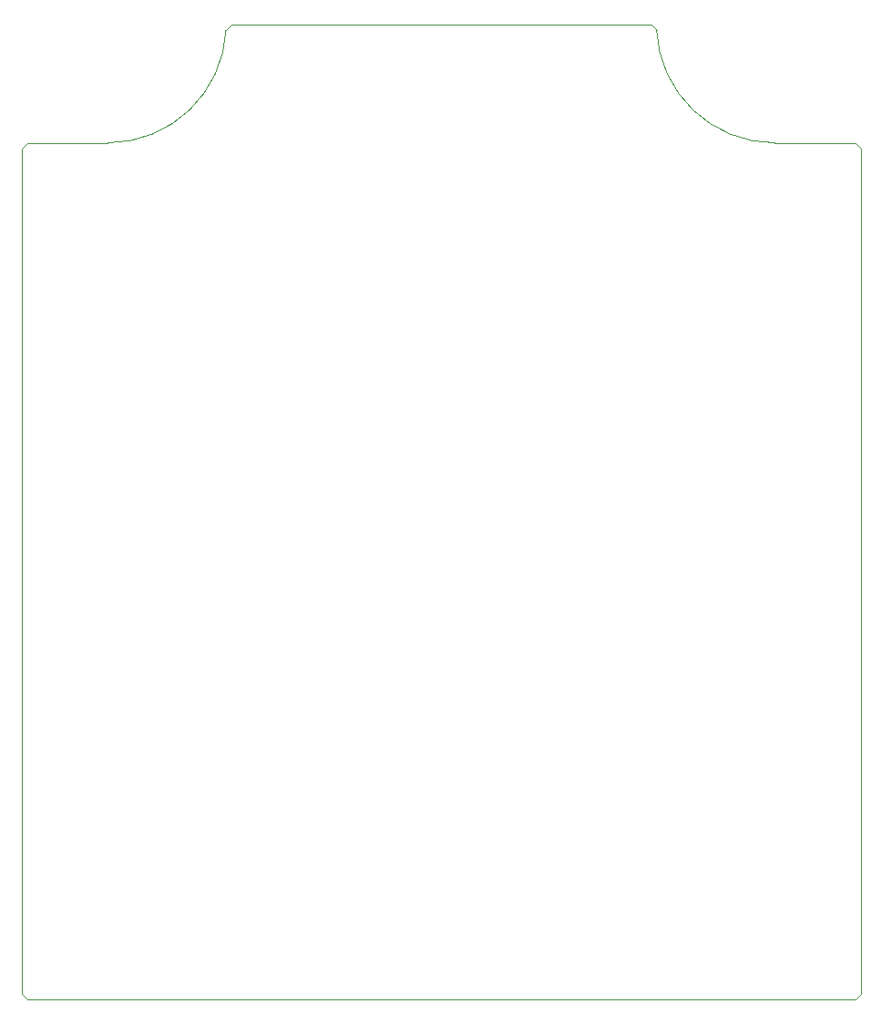
<source format=gbr>
%TF.GenerationSoftware,KiCad,Pcbnew,(6.0.0)*%
%TF.CreationDate,2023-02-05T23:32:21-08:00*%
%TF.ProjectId,Luciebox_v5,4c756369-6562-46f7-985f-76352e6b6963,rev?*%
%TF.SameCoordinates,Original*%
%TF.FileFunction,Profile,NP*%
%FSLAX46Y46*%
G04 Gerber Fmt 4.6, Leading zero omitted, Abs format (unit mm)*
G04 Created by KiCad (PCBNEW (6.0.0)) date 2023-02-05 23:32:21*
%MOMM*%
%LPD*%
G01*
G04 APERTURE LIST*
%TA.AperFunction,Profile*%
%ADD10C,0.100000*%
%TD*%
G04 APERTURE END LIST*
D10*
X77500000Y-90500000D02*
X500000Y-90500000D01*
X78000000Y-11500000D02*
X78000000Y-90000000D01*
X500000Y-11000000D02*
X8000000Y-11000000D01*
X0Y-11500000D02*
X500000Y-11000000D01*
X59000001Y-500000D02*
G75*
G03*
X70000000Y-11000000I10999999J511904D01*
G01*
X0Y-90000000D02*
X0Y-11500000D01*
X500000Y-90500000D02*
X0Y-90000000D01*
X19500000Y0D02*
X19000000Y-500000D01*
X58500000Y0D02*
X19500000Y0D01*
X59000000Y-500000D02*
X58500000Y0D01*
X78000000Y-90000000D02*
X77500000Y-90500000D01*
X7999999Y-11000001D02*
G75*
G03*
X19000000Y-500000I1J11011905D01*
G01*
X77500000Y-11000000D02*
X78000000Y-11500000D01*
X70000000Y-11000000D02*
X77500000Y-11000000D01*
M02*

</source>
